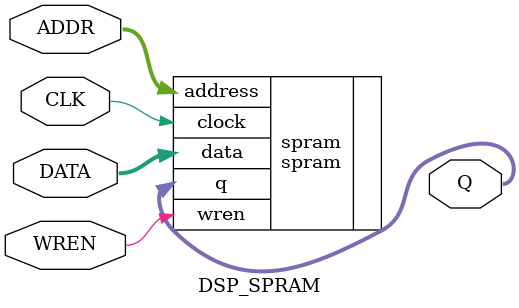
<source format=sv>
module DSP_DPRAM
#(
	parameter addr_width = 8,
	parameter data_width = 8,
	parameter mem_init_file = " ",
	parameter mem_sim_file = " "
)
(
	input                   CLK,
	
	input  [addr_width-1:0] ADDR_A,
	input  [data_width-1:0] DATA_A,
	input                   WREN_A,
	output [data_width-1:0] Q_A,
	
	input  [addr_width-1:0] ADDR_B,
	input  [data_width-1:0] DATA_B,
	input                   WREN_B,
	output [data_width-1:0] Q_B
);

	// synopsys translate_off
	`define SIM
	// synopsys translate_on
	
`ifdef SIM
	
	reg [data_width-1:0] MEM [2**addr_width];

	initial begin
		$readmemh(mem_sim_file, MEM);
	end
	
	always @(posedge CLK) begin
		if (WREN_A) begin
			MEM[ADDR_A] <= DATA_A;
		end
		if (WREN_B) begin
			MEM[ADDR_B] <= DATA_B;
		end
	end
		
	assign Q_A = MEM[ADDR_A];
	assign Q_B = MEM[ADDR_B];
	
`else
	
	wire [data_width-1:0] sub_wire0, sub_wire1;

	altsyncram	altsyncram_component (
				.address_a (ADDR_A),
				.address_b (ADDR_B),
				.clock0 (CLK),
				.clock1 (CLK),
				.data_a (DATA_A),
				.data_b (DATA_B),
				.wren_a (WREN_A),
				.wren_b (WREN_B),
				.q_a (sub_wire0),
				.q_b (sub_wire1),
				.aclr0 (1'b0),
				.aclr1 (1'b0),
				.addressstall_a (1'b0),
				.addressstall_b (1'b0),
				.byteena_a (1'b1),
				.byteena_b (1'b1),
				.clocken0 (1'b1),
				.clocken1 (1'b1),
				.clocken2 (1'b1),
				.clocken3 (1'b1),
				.eccstatus (),
				.rden_a (1'b1),
				.rden_b (1'b1));
	defparam
		altsyncram_component.address_reg_b = "CLOCK1",
		altsyncram_component.clock_enable_input_a = "BYPASS",
		altsyncram_component.clock_enable_input_b = "BYPASS",
//		altsyncram_component.clock_enable_output_a = "BYPASS",
		altsyncram_component.clock_enable_output_b = "BYPASS",
//		altsyncram_component.indata_reg_b = "CLOCK1",
		altsyncram_component.intended_device_family = "Cyclone V",
		altsyncram_component.lpm_type = "altsyncram",
		altsyncram_component.numwords_a = 2**addr_width,
		altsyncram_component.numwords_b = 2**addr_width,
		altsyncram_component.operation_mode = "DUAL_PORT",
//		altsyncram_component.outdata_aclr_a = "NONE",
		altsyncram_component.outdata_aclr_b = "NONE",
//		altsyncram_component.outdata_reg_a = "UNREGISTERED",
		altsyncram_component.outdata_reg_b = "UNREGISTERED",
		altsyncram_component.power_up_uninitialized = "FALSE",		
		altsyncram_component.read_during_write_mode_port_a = "NEW_DATA_NO_NBE_READ",
		altsyncram_component.read_during_write_mode_port_b = "NEW_DATA_NO_NBE_READ",
		altsyncram_component.widthad_a = addr_width,
		altsyncram_component.widthad_b = addr_width,
		altsyncram_component.width_a = data_width,
		altsyncram_component.width_b = data_width,
		altsyncram_component.width_byteena_a = 1,
//		altsyncram_component.width_byteena_b = 1,
		altsyncram_component.init_file = mem_init_file; 


	assign Q_A = sub_wire0;
	assign Q_B = sub_wire1;
	
`endif

endmodule


module DSP_SPRAM
#(
	parameter addr_width = 8,
	parameter data_width = 8,
	parameter mem_init_file = " ",
	parameter mem_sim_file = " "
)
(
	input                   CLK,
	
	input  [addr_width-1:0] ADDR,
	input  [data_width-1:0] DATA,
	input                   WREN,
	output [data_width-1:0] Q
);

	/*DSP_DPRAM
	#(
		.addr_width(addr_width),
		.data_width(data_width),
		.mem_init_file(mem_init_file),
		.mem_sim_file(mem_sim_file)
	)
	dpram
	(
		.CLK(CLK),
		.ADDR_A(ADDR),
		.DATA_A(DATA),
		.WREN_A(1'b0),
		.Q_A(),
		.ADDR_B(ADDR),
		.DATA_B(DATA),
		.WREN_B(WREN),
		.Q_B(Q)
	);*/
	
	spram #(addr_width,data_width,mem_init_file) spram
	(
		.clock(CLK),
		.address(ADDR),
		.data(DATA),
		.wren(WREN),
		.q(Q)
	);

	
endmodule

</source>
